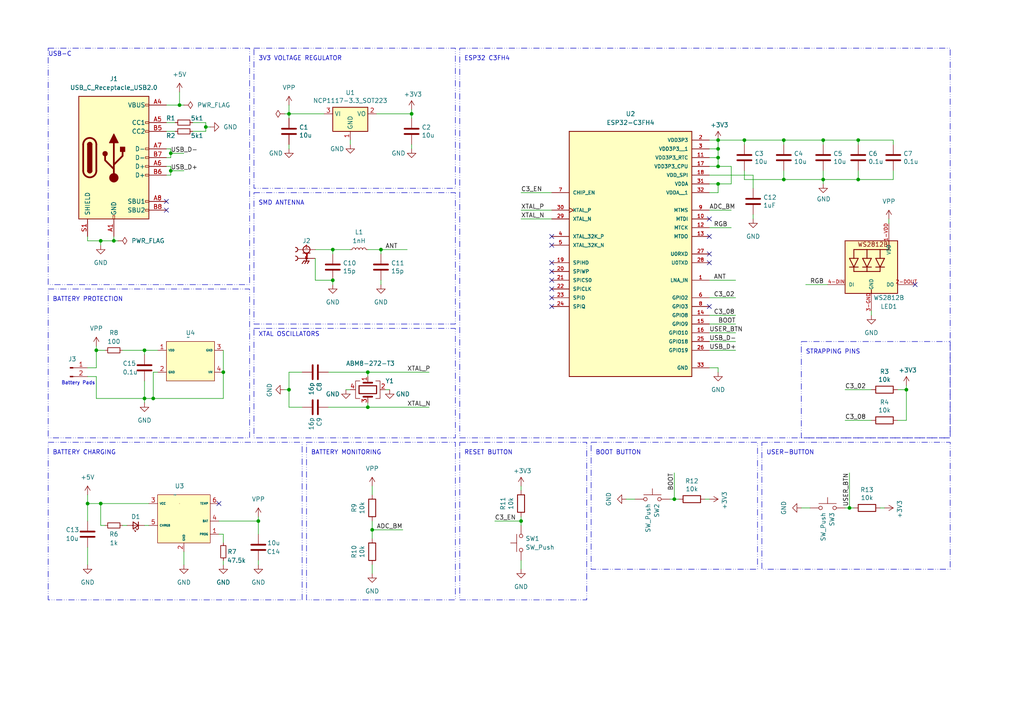
<source format=kicad_sch>
(kicad_sch (version 20230121) (generator eeschema)
  (paper "A4")
  (lib_symbols
    (symbol "CONUFL001-SMD-T:CONUFL001-SMD-T" (pin_names (offset 1.016))
      (property "Reference" "J" (at -3.81 4.064 0))
      (property "Value" "CONUFL001-SMD-T" (at -4.064 -4.318 0))
      (symbol "CONUFL001-SMD-T_0_0"
        (arc (start -3.175 -0.635) (mid -2.5427 0) (end -3.175 0.635) (stroke (width 0.254)))
        (arc (start -3.175 1.905) (mid -2.5427 2.54) (end -3.175 3.175) (stroke (width 0.254)))
        (polyline (pts (xy -1.016 1.524) (xy 0 1.524)) (stroke (width 0.254)))
        (polyline (pts (xy -0.762 -0.762) (xy -1.27 -1.524)) (stroke (width 0.254)))
        (polyline (pts (xy 0 -0.762) (xy -0.762 -0.762)) (stroke (width 0.254)))
        (polyline (pts (xy 0 -0.762) (xy -0.508 -1.524)) (stroke (width 0.254)))
        (polyline (pts (xy 0 -0.762) (xy 0.762 -0.762)) (stroke (width 0.254)))
        (polyline (pts (xy 0 1.524) (xy 0 -0.762)) (stroke (width 0.254)))
        (polyline (pts (xy 0 1.524) (xy 1.016 1.524)) (stroke (width 0.254)))
        (polyline (pts (xy 0.762 -0.762) (xy 0.254 -1.524)) (stroke (width 0.254)))
        (circle (center 0 0) (radius 0.254) (stroke (width 0.254)))
        (circle (center 0 2.54) (radius 1.016) (stroke (width 0.254)))
        (pin passive line (at 2.54 2.54 180) (length 5.08) (name "~") (number "1"))
        (pin passive line (at 2.54 0 180) (length 5.08) (name "~") (number "2"))
        (pin passive line (at 2.54 0 180) (length 5.08) (name "~") (number "3"))
      )
    )
    (symbol "Connector:Conn_01x02_Pin" (pin_names (offset 1.016) hide)
      (property "Reference" "J" (at 0 2.54 0))
      (property "Value" "Conn_01x02_Pin" (at 0 -5.08 0))
      (symbol "Conn_01x02_Pin_1_1"
        (polyline (pts (xy 1.27 -2.54) (xy 0.8636 -2.54)) (stroke (width 0.1524)))
        (polyline (pts (xy 1.27 0) (xy 0.8636 0)) (stroke (width 0.1524)))
        (rectangle (start 0.8636 -2.413) (end 0 -2.667) (stroke (width 0.1524)) (fill (type outline)))
        (rectangle (start 0.8636 0.127) (end 0 -0.127) (stroke (width 0.1524)) (fill (type outline)))
        (pin passive line (at 5.08 0 180) (length 3.81) (name "Pin_1") (number "1"))
        (pin passive line (at 5.08 -2.54 180) (length 3.81) (name "Pin_2") (number "2"))
      )
    )
    (symbol "Connector:USB_C_Receptacle_USB2.0" (pin_names (offset 1.016))
      (property "Reference" "J" (at -10.16 19.05 0))
      (property "Value" "USB_C_Receptacle_USB2.0" (at 19.05 19.05 0))
      (symbol "USB_C_Receptacle_USB2.0_0_0"
        (rectangle (start -0.254 -17.78) (end 0.254 -16.764))
        (rectangle (start 10.16 -14.986) (end 9.144 -15.494))
        (rectangle (start 10.16 -12.446) (end 9.144 -12.954))
        (rectangle (start 10.16 -4.826) (end 9.144 -5.334))
        (rectangle (start 10.16 -2.286) (end 9.144 -2.794))
        (rectangle (start 10.16 0.254) (end 9.144 -0.254))
        (rectangle (start 10.16 2.794) (end 9.144 2.286))
        (rectangle (start 10.16 7.874) (end 9.144 7.366))
        (rectangle (start 10.16 10.414) (end 9.144 9.906))
        (rectangle (start 10.16 15.494) (end 9.144 14.986))
      )
      (symbol "USB_C_Receptacle_USB2.0_0_1"
        (rectangle (start -10.16 17.78) (end 10.16 -17.78) (stroke (width 0.254)) (fill (type background)))
        (arc (start -8.89 -3.81) (mid -6.985 -5.7067) (end -5.08 -3.81) (stroke (width 0.508)))
        (arc (start -7.62 -3.81) (mid -6.985 -4.4423) (end -6.35 -3.81) (stroke (width 0.254)))
        (arc (start -7.62 -3.81) (mid -6.985 -4.4423) (end -6.35 -3.81) (stroke (width 0.254)) (fill (type outline)))
        (rectangle (start -7.62 -3.81) (end -6.35 3.81) (stroke (width 0.254)) (fill (type outline)))
        (arc (start -6.35 3.81) (mid -6.985 4.4423) (end -7.62 3.81) (stroke (width 0.254)))
        (arc (start -6.35 3.81) (mid -6.985 4.4423) (end -7.62 3.81) (stroke (width 0.254)) (fill (type outline)))
        (arc (start -5.08 3.81) (mid -6.985 5.7067) (end -8.89 3.81) (stroke (width 0.508)))
        (circle (center -2.54 1.143) (radius 0.635) (stroke (width 0.254)) (fill (type outline)))
        (circle (center 0 -5.842) (radius 1.27) (fill (type outline)))
        (polyline (pts (xy -8.89 -3.81) (xy -8.89 3.81)) (stroke (width 0.508)))
        (polyline (pts (xy -5.08 3.81) (xy -5.08 -3.81)) (stroke (width 0.508)))
        (polyline (pts (xy 0 -5.842) (xy 0 4.318)) (stroke (width 0.508)))
        (polyline (pts (xy 0 -3.302) (xy -2.54 -0.762) (xy -2.54 0.508)) (stroke (width 0.508)))
        (polyline (pts (xy 0 -2.032) (xy 2.54 0.508) (xy 2.54 1.778)) (stroke (width 0.508)))
        (polyline (pts (xy -1.27 4.318) (xy 0 6.858) (xy 1.27 4.318) (xy -1.27 4.318)) (stroke (width 0.254)) (fill (type outline)))
        (rectangle (start 1.905 1.778) (end 3.175 3.048) (stroke (width 0.254)) (fill (type outline)))
      )
      (symbol "USB_C_Receptacle_USB2.0_1_1"
        (pin passive line (at 0 -22.86 90) (length 5.08) (name "GND") (number "A1"))
        (pin passive line (at 0 -22.86 90) (length 5.08) hide (name "GND") (number "A12"))
        (pin passive line (at 15.24 15.24 180) (length 5.08) (name "VBUS") (number "A4"))
        (pin bidirectional line (at 15.24 10.16 180) (length 5.08) (name "CC1") (number "A5"))
        (pin bidirectional line (at 15.24 -2.54 180) (length 5.08) (name "D+") (number "A6"))
        (pin bidirectional line (at 15.24 2.54 180) (length 5.08) (name "D-") (number "A7"))
        (pin bidirectional line (at 15.24 -12.7 180) (length 5.08) (name "SBU1") (number "A8"))
        (pin passive line (at 15.24 15.24 180) (length 5.08) hide (name "VBUS") (number "A9"))
        (pin passive line (at 0 -22.86 90) (length 5.08) hide (name "GND") (number "B1"))
        (pin passive line (at 0 -22.86 90) (length 5.08) hide (name "GND") (number "B12"))
        (pin passive line (at 15.24 15.24 180) (length 5.08) hide (name "VBUS") (number "B4"))
        (pin bidirectional line (at 15.24 7.62 180) (length 5.08) (name "CC2") (number "B5"))
        (pin bidirectional line (at 15.24 -5.08 180) (length 5.08) (name "D+") (number "B6"))
        (pin bidirectional line (at 15.24 0 180) (length 5.08) (name "D-") (number "B7"))
        (pin bidirectional line (at 15.24 -15.24 180) (length 5.08) (name "SBU2") (number "B8"))
        (pin passive line (at 15.24 15.24 180) (length 5.08) hide (name "VBUS") (number "B9"))
        (pin passive line (at -7.62 -22.86 90) (length 5.08) (name "SHIELD") (number "S1"))
      )
    )
    (symbol "Device:C" (pin_numbers hide) (pin_names (offset 0.254))
      (property "Reference" "C" (at 0.635 2.54 0))
      (property "Value" "C" (at 0.635 -2.54 0))
      (symbol "C_0_1"
        (polyline (pts (xy -2.032 -0.762) (xy 2.032 -0.762)) (stroke (width 0.508)))
        (polyline (pts (xy -2.032 0.762) (xy 2.032 0.762)) (stroke (width 0.508)))
      )
      (symbol "C_1_1"
        (pin passive line (at 0 3.81 270) (length 2.794) (name "~") (number "1"))
        (pin passive line (at 0 -3.81 90) (length 2.794) (name "~") (number "2"))
      )
    )
    (symbol "Device:Crystal_GND24" (pin_names (offset 1.016) hide)
      (property "Reference" "Y" (at 3.175 5.08 0))
      (property "Value" "Crystal_GND24" (at 3.175 3.175 0))
      (symbol "Crystal_GND24_0_1"
        (rectangle (start -1.143 2.54) (end 1.143 -2.54) (stroke (width 0.3048)))
        (polyline (pts (xy -2.54 0) (xy -2.032 0)))
        (polyline (pts (xy -2.032 -1.27) (xy -2.032 1.27)) (stroke (width 0.508)))
        (polyline (pts (xy 0 -3.81) (xy 0 -3.556)))
        (polyline (pts (xy 0 3.556) (xy 0 3.81)))
        (polyline (pts (xy 2.032 -1.27) (xy 2.032 1.27)) (stroke (width 0.508)))
        (polyline (pts (xy 2.032 0) (xy 2.54 0)))
        (polyline (pts (xy -2.54 -2.286) (xy -2.54 -3.556) (xy 2.54 -3.556) (xy 2.54 -2.286)))
        (polyline (pts (xy -2.54 2.286) (xy -2.54 3.556) (xy 2.54 3.556) (xy 2.54 2.286)))
      )
      (symbol "Crystal_GND24_1_1"
        (pin passive line (at -3.81 0 0) (length 1.27) (name "1") (number "1"))
        (pin passive line (at 0 5.08 270) (length 1.27) (name "2") (number "2"))
        (pin passive line (at 3.81 0 180) (length 1.27) (name "3") (number "3"))
        (pin passive line (at 0 -5.08 90) (length 1.27) (name "4") (number "4"))
      )
    )
    (symbol "Device:LED_Small" (pin_numbers hide) (pin_names (offset 0.254) hide)
      (property "Reference" "D" (at -1.27 3.175 0))
      (property "Value" "LED_Small" (at -4.445 -2.54 0))
      (symbol "LED_Small_0_1"
        (polyline (pts (xy -0.762 -1.016) (xy -0.762 1.016)) (stroke (width 0.254)))
        (polyline (pts (xy 1.016 0) (xy -0.762 0)))
        (polyline (pts (xy 0.762 -1.016) (xy -0.762 0) (xy 0.762 1.016) (xy 0.762 -1.016)) (stroke (width 0.254)))
        (polyline (pts (xy 0 0.762) (xy -0.508 1.27) (xy -0.254 1.27) (xy -0.508 1.27) (xy -0.508 1.016)))
        (polyline (pts (xy 0.508 1.27) (xy 0 1.778) (xy 0.254 1.778) (xy 0 1.778) (xy 0 1.524)))
      )
      (symbol "LED_Small_1_1"
        (pin passive line (at -2.54 0 0) (length 1.778) (name "K") (number "1"))
        (pin passive line (at 2.54 0 180) (length 1.778) (name "A") (number "2"))
      )
    )
    (symbol "Device:L_Small" (pin_numbers hide) (pin_names (offset 0.254) hide)
      (property "Reference" "L" (at 0.762 1.016 0))
      (property "Value" "L_Small" (at 0.762 -1.016 0))
      (symbol "L_Small_0_1"
        (arc (start 0 -2.032) (mid 0.5058 -1.524) (end 0 -1.016))
        (arc (start 0 -1.016) (mid 0.5058 -0.508) (end 0 0))
        (arc (start 0 0) (mid 0.5058 0.508) (end 0 1.016))
        (arc (start 0 1.016) (mid 0.5058 1.524) (end 0 2.032))
      )
      (symbol "L_Small_1_1"
        (pin passive line (at 0 2.54 270) (length 0.508) (name "~") (number "1"))
        (pin passive line (at 0 -2.54 90) (length 0.508) (name "~") (number "2"))
      )
    )
    (symbol "Device:R" (pin_numbers hide) (pin_names (offset 0))
      (property "Reference" "R" (at 2.032 0 90))
      (property "Value" "R" (at 0 0 90))
      (symbol "R_0_1"
        (rectangle (start -1.016 -2.54) (end 1.016 2.54) (stroke (width 0.254)))
      )
      (symbol "R_1_1"
        (pin passive line (at 0 3.81 270) (length 1.27) (name "~") (number "1"))
        (pin passive line (at 0 -3.81 90) (length 1.27) (name "~") (number "2"))
      )
    )
    (symbol "Device:R_Small" (pin_numbers hide) (pin_names (offset 0.254) hide)
      (property "Reference" "R" (at 0.762 0.508 0))
      (property "Value" "R_Small" (at 0.762 -1.016 0))
      (symbol "R_Small_0_1"
        (rectangle (start -0.762 1.778) (end 0.762 -1.778) (stroke (width 0.2032)))
      )
      (symbol "R_Small_1_1"
        (pin passive line (at 0 2.54 270) (length 0.762) (name "~") (number "1"))
        (pin passive line (at 0 -2.54 90) (length 0.762) (name "~") (number "2"))
      )
    )
    (symbol "ESP32-C3FH4:ESP32-C3FH4" (pin_names (offset 1.016))
      (property "Reference" "U" (at -17.78 33.782 0))
      (property "Value" "ESP32-C3FH4" (at -17.78 -38.862 0))
      (symbol "ESP32-C3FH4_0_0"
        (rectangle (start -17.78 -38.1) (end 17.78 33.02) (stroke (width 0.254)) (fill (type background)))
        (pin bidirectional line (at 22.86 -10.16 180) (length 5.08) (name "LNA_IN") (number "1"))
        (pin bidirectional line (at 22.86 7.62 180) (length 5.08) (name "MTDI") (number "10"))
        (pin power_in line (at 22.86 25.4 180) (length 5.08) (name "VDD3P3_RTC") (number "11"))
        (pin bidirectional line (at 22.86 5.08 180) (length 5.08) (name "MTCK") (number "12"))
        (pin bidirectional line (at 22.86 2.54 180) (length 5.08) (name "MTDO") (number "13"))
        (pin bidirectional line (at 22.86 -20.32 180) (length 5.08) (name "GPIO8") (number "14"))
        (pin bidirectional line (at 22.86 -22.86 180) (length 5.08) (name "GPIO9") (number "15"))
        (pin bidirectional line (at 22.86 -25.4 180) (length 5.08) (name "GPIO10") (number "16"))
        (pin power_in line (at 22.86 22.86 180) (length 5.08) (name "VDD3P3_CPU") (number "17"))
        (pin power_in line (at 22.86 20.32 180) (length 5.08) (name "VDD_SPI") (number "18"))
        (pin bidirectional line (at -22.86 -5.08 0) (length 5.08) (name "SPIHD") (number "19"))
        (pin power_in line (at 22.86 30.48 180) (length 5.08) (name "VDD3P3") (number "2"))
        (pin bidirectional line (at -22.86 -7.62 0) (length 5.08) (name "SPIWP") (number "20"))
        (pin bidirectional line (at -22.86 -10.16 0) (length 5.08) (name "SPICS0") (number "21"))
        (pin bidirectional line (at -22.86 -12.7 0) (length 5.08) (name "SPICLK") (number "22"))
        (pin bidirectional line (at -22.86 -15.24 0) (length 5.08) (name "SPID") (number "23"))
        (pin bidirectional line (at -22.86 -17.78 0) (length 5.08) (name "SPIQ") (number "24"))
        (pin bidirectional line (at 22.86 -27.94 180) (length 5.08) (name "GPIO18") (number "25"))
        (pin bidirectional line (at 22.86 -30.48 180) (length 5.08) (name "GPIO19") (number "26"))
        (pin bidirectional line (at 22.86 -2.54 180) (length 5.08) (name "U0RXD") (number "27"))
        (pin bidirectional line (at 22.86 -5.08 180) (length 5.08) (name "U0TXD") (number "28"))
        (pin output line (at -22.86 7.62 0) (length 5.08) (name "XTAL_N") (number "29"))
        (pin power_in line (at 22.86 27.94 180) (length 5.08) (name "VDD3P3__1") (number "3"))
        (pin input clock (at -22.86 10.16 0) (length 5.08) (name "XTAL_P") (number "30"))
        (pin power_in line (at 22.86 17.78 180) (length 5.08) (name "VDDA") (number "31"))
        (pin power_in line (at 22.86 15.24 180) (length 5.08) (name "VDDA__1") (number "32"))
        (pin power_in line (at 22.86 -35.56 180) (length 5.08) (name "GND") (number "33"))
        (pin bidirectional line (at -22.86 2.54 0) (length 5.08) (name "XTAL_32K_P") (number "4"))
        (pin bidirectional line (at -22.86 0 0) (length 5.08) (name "XTAL_32K_N") (number "5"))
        (pin bidirectional line (at 22.86 -15.24 180) (length 5.08) (name "GPIO2") (number "6"))
        (pin input line (at -22.86 15.24 0) (length 5.08) (name "CHIP_EN") (number "7"))
        (pin bidirectional line (at 22.86 -17.78 180) (length 5.08) (name "GPIO3") (number "8"))
        (pin bidirectional line (at 22.86 10.16 180) (length 5.08) (name "MTMS") (number "9"))
      )
    )
    (symbol "Regulator_Linear:NCP1117-3.3_SOT223"
      (property "Reference" "U" (at -3.81 3.175 0))
      (property "Value" "NCP1117-3.3_SOT223" (at 0 3.175 0))
      (symbol "NCP1117-3.3_SOT223_0_1"
        (rectangle (start -5.08 -5.08) (end 5.08 1.905) (stroke (width 0.254)) (fill (type background)))
      )
      (symbol "NCP1117-3.3_SOT223_1_1"
        (pin power_in line (at 0 -7.62 90) (length 2.54) (name "GND") (number "1"))
        (pin power_out line (at 7.62 0 180) (length 2.54) (name "VO") (number "2"))
        (pin power_in line (at -7.62 0 0) (length 2.54) (name "VI") (number "3"))
      )
    )
    (symbol "Switch:SW_Push" (pin_numbers hide) (pin_names (offset 1.016) hide)
      (property "Reference" "SW" (at 1.27 2.54 0))
      (property "Value" "SW_Push" (at 0 -1.524 0))
      (symbol "SW_Push_0_1"
        (circle (center -2.032 0) (radius 0.508))
        (polyline (pts (xy 0 1.27) (xy 0 3.048)))
        (polyline (pts (xy 2.54 1.27) (xy -2.54 1.27)))
        (circle (center 2.032 0) (radius 0.508))
        (pin passive line (at -5.08 0 0) (length 2.54) (name "1") (number "1"))
        (pin passive line (at 5.08 0 180) (length 2.54) (name "2") (number "2"))
      )
    )
    (symbol "WS2812B:WS2812B" (pin_names (offset 1.016))
      (property "Reference" "LED" (at 0 0 0))
      (property "Value" "WS2812B" (at 0 0 0))
      (symbol "WS2812B_0_0"
        (rectangle (start -7.62 -5.08) (end 7.62 10.16) (stroke (width 0.254)) (fill (type background)))
        (polyline (pts (xy -6.35 2.54) (xy -5.08 2.54)) (stroke (width 0.254)))
        (polyline (pts (xy -6.35 5.08) (xy -5.08 5.08)) (stroke (width 0.254)))
        (polyline (pts (xy -5.08 2.54) (xy -6.35 5.08)) (stroke (width 0.254)))
        (polyline (pts (xy -5.08 2.54) (xy -5.08 1.27)) (stroke (width 0.254)))
        (polyline (pts (xy -5.08 2.54) (xy -3.81 5.08)) (stroke (width 0.254)))
        (polyline (pts (xy -5.08 5.08) (xy -3.81 5.08)) (stroke (width 0.254)))
        (polyline (pts (xy -5.08 7.62) (xy -5.08 5.08)) (stroke (width 0.254)))
        (polyline (pts (xy -3.81 2.54) (xy -5.08 2.54)) (stroke (width 0.254)))
        (polyline (pts (xy -2.54 2.54) (xy -1.27 2.54)) (stroke (width 0.254)))
        (polyline (pts (xy -2.54 5.08) (xy 0 5.08)) (stroke (width 0.254)))
        (polyline (pts (xy -1.27 1.27) (xy -5.08 1.27)) (stroke (width 0.254)))
        (polyline (pts (xy -1.27 2.54) (xy -2.54 5.08)) (stroke (width 0.254)))
        (polyline (pts (xy -1.27 2.54) (xy -1.27 1.27)) (stroke (width 0.254)))
        (polyline (pts (xy -1.27 2.54) (xy 0 2.54)) (stroke (width 0.254)))
        (polyline (pts (xy -1.27 5.08) (xy -1.27 7.62)) (stroke (width 0.254)))
        (polyline (pts (xy -1.27 7.62) (xy -5.08 7.62)) (stroke (width 0.254)))
        (polyline (pts (xy 0 -4.064) (xy 0 -5.08)) (stroke (width 0.254)))
        (polyline (pts (xy 0 5.08) (xy -1.27 2.54)) (stroke (width 0.254)))
        (polyline (pts (xy 1.27 5.08) (xy 2.54 2.54)) (stroke (width 0.254)))
        (polyline (pts (xy 1.27 5.08) (xy 2.54 5.08)) (stroke (width 0.254)))
        (polyline (pts (xy 2.54 1.27) (xy -1.27 1.27)) (stroke (width 0.254)))
        (polyline (pts (xy 2.54 2.54) (xy 1.27 2.54)) (stroke (width 0.254)))
        (polyline (pts (xy 2.54 2.54) (xy 2.54 1.27)) (stroke (width 0.254)))
        (polyline (pts (xy 2.54 2.54) (xy 3.81 2.54)) (stroke (width 0.254)))
        (polyline (pts (xy 2.54 2.54) (xy 3.81 5.08)) (stroke (width 0.254)))
        (polyline (pts (xy 2.54 5.08) (xy 2.54 7.62)) (stroke (width 0.254)))
        (polyline (pts (xy 2.54 7.62) (xy -1.27 7.62)) (stroke (width 0.254)))
        (polyline (pts (xy 2.54 7.62) (xy 5.08 7.62)) (stroke (width 0.254)))
        (polyline (pts (xy 3.81 5.08) (xy 2.54 5.08)) (stroke (width 0.254)))
        (polyline (pts (xy 5.08 10.16) (xy 5.08 7.62)) (stroke (width 0.254)))
        (text "WS2812B" (at -4.064 8.382 0) (effects (font (size 1.27 1.27)) (justify left bottom)))
        (pin power_in line (at 5.08 15.24 270) (length 5.08) (name "VDD") (number "1-VDD"))
        (pin output line (at 12.7 -2.54 180) (length 5.08) (name "DO") (number "2-DOUT"))
        (pin power_in line (at 0 -10.16 90) (length 5.08) (name "GND") (number "3-GND"))
        (pin input line (at -12.7 -2.54 0) (length 5.08) (name "DI") (number "4-DIN"))
      )
    )
    (symbol "XB6042Q2SV-L:XB6042Q2SV-L"
      (property "Reference" "U4" (at 0.635 1.27 0))
      (property "Value" "~" (at 0 0 0))
      (symbol "XB6042Q2SV-L_1_1"
        (rectangle (start -6.35 -1.27) (end 7.62 -12.7) (fill (type background)))
        (pin input line (at -8.89 -3.81 0) (length 2.54) (name "VDD") (number "1"))
        (pin input line (at -8.89 -10.16 0) (length 2.54) (name "GND") (number "2"))
        (pin input line (at 10.16 -3.81 180) (length 2.54) (name "GND") (number "3"))
        (pin input line (at 10.16 -10.16 180) (length 2.54) (name "VM") (number "4"))
      )
    )
    (symbol "power:+3V3" (power) (pin_names (offset 0))
      (property "Value" "+3V3" (at 0 3.556 0))
      (symbol "+3V3_0_1"
        (polyline (pts (xy -0.762 1.27) (xy 0 2.54)))
        (polyline (pts (xy 0 0) (xy 0 2.54)))
        (polyline (pts (xy 0 2.54) (xy 0.762 1.27)))
      )
      (symbol "+3V3_1_1"
        (pin power_in line (at 0 0 90) (length 0) hide (name "+3V3") (number "1"))
      )
    )
    (symbol "power:+5V" (power) (pin_names (offset 0))
      (property "Value" "+5V" (at 0 3.556 0))
      (symbol "+5V_0_1"
        (polyline (pts (xy -0.762 1.27) (xy 0 2.54)))
        (polyline (pts (xy 0 0) (xy 0 2.54)))
        (polyline (pts (xy 0 2.54) (xy 0.762 1.27)))
      )
      (symbol "+5V_1_1"
        (pin power_in line (at 0 0 90) (length 0) hide (name "+5V") (number "1"))
      )
    )
    (symbol "power:GND" (power) (pin_names (offset 0))
      (property "Value" "GND" (at 0 -3.81 0))
      (symbol "GND_0_1"
        (polyline (pts (xy 0 0) (xy 0 -1.27) (xy 1.27 -1.27) (xy 0 -2.54) (xy -1.27 -1.27) (xy 0 -1.27)))
      )
      (symbol "GND_1_1"
        (pin power_in line (at 0 0 270) (length 0) hide (name "GND") (number "1"))
      )
    )
    (symbol "power:PWR_FLAG" (power) (pin_numbers hide) (pin_names (offset 0) hide)
      (property "Value" "PWR_FLAG" (at 0 3.81 0))
      (symbol "PWR_FLAG_0_0"
        (pin power_out line (at 0 0 90) (length 0) (name "pwr") (number "1"))
      )
      (symbol "PWR_FLAG_0_1"
        (polyline (pts (xy 0 0) (xy 0 1.27) (xy -1.016 1.905) (xy 0 2.54) (xy 1.016 1.905) (xy 0 1.27)))
      )
    )
    (symbol "power:VPP" (power) (pin_names (offset 0))
      (property "Value" "VPP" (at 0 3.81 0))
      (symbol "VPP_0_1"
        (polyline (pts (xy -0.762 1.27) (xy 0 2.54)))
        (polyline (pts (xy 0 0) (xy 0 2.54)))
        (polyline (pts (xy 0 2.54) (xy 0.762 1.27)))
      )
      (symbol "VPP_1_1"
        (pin power_in line (at 0 0 90) (length 0) hide (name "VPP") (number "1"))
      )
    )
    (symbol "ws4518d:WS4518D"
      (property "Reference" "U3" (at 1.27 2.54 0))
      (property "Value" "~" (at 0 0 0))
      (symbol "WS4518D_0_1"
        (rectangle (start 1.27 -2.54) (end 1.27 -2.54))
      )
      (symbol "WS4518D_1_1"
        (rectangle (start -5.08 0) (end 10.16 -13.97) (fill (type background)))
        (pin input line (at 12.7 -11.43 180) (length 2.54) (name "PROG") (number "1"))
        (pin input line (at 2.54 -16.51 90) (length 2.54) (name "GND") (number "2"))
        (pin input line (at -7.62 -2.54 0) (length 2.54) (name "VCC") (number "3"))
        (pin input line (at 12.7 -7.62 180) (length 2.54) (name "BAT") (number "4"))
        (pin input line (at -7.62 -8.89 0) (length 2.54) (name "CHRGB") (number "5"))
        (pin input line (at 12.7 -2.54 180) (length 2.54) (name "TEMP") (number "6"))
      )
    )
  )
  (junction (at 208.28 40.64))
  (junction (at 64.77 107.95))
  (junction (at 41.91 115.57))
  (junction (at 208.28 48.26))
  (junction (at 96.52 72.39))
  (junction (at 107.95 153.67))
  (junction (at 227.33 52.07))
  (junction (at 33.02 69.85))
  (junction (at 59.69 36.83))
  (junction (at 110.49 72.39))
  (junction (at 195.58 144.78))
  (junction (at 29.21 69.85))
  (junction (at 246.38 147.32))
  (junction (at 27.94 101.6))
  (junction (at 208.28 45.72))
  (junction (at 83.82 113.03))
  (junction (at 215.9 40.64))
  (junction (at 106.68 107.95))
  (junction (at 248.92 52.07))
  (junction (at 208.28 53.34))
  (junction (at 227.33 40.64))
  (junction (at 83.82 33.02))
  (junction (at 49.53 49.53))
  (junction (at 44.45 115.57))
  (junction (at 238.76 40.64))
  (junction (at 29.21 146.05))
  (junction (at 262.89 113.03))
  (junction (at 106.68 118.11))
  (junction (at 151.13 151.13))
  (junction (at 208.28 43.18))
  (junction (at 96.52 81.28))
  (junction (at 248.92 40.64))
  (junction (at 49.53 44.45))
  (junction (at 25.4 146.05))
  (junction (at 119.38 33.02))
  (junction (at 41.91 101.6))
  (junction (at 238.76 52.07))
  (junction (at 74.93 151.13))
  (junction (at 52.07 30.48))
  (no_connect (at 160.02 76.2))
  (no_connect (at 265.43 82.55))
  (no_connect (at 160.02 78.74))
  (no_connect (at 160.02 86.36))
  (no_connect (at 205.74 88.9))
  (no_connect (at 205.74 68.58))
  (no_connect (at 205.74 63.5))
  (no_connect (at 205.74 73.66))
  (no_connect (at 205.74 76.2))
  (no_connect (at 48.26 58.42))
  (no_connect (at 160.02 71.12))
  (no_connect (at 160.02 83.82))
  (no_connect (at 160.02 88.9))
  (no_connect (at 160.02 68.58))
  (no_connect (at 63.5 146.05))
  (no_connect (at 160.02 81.28))
  (no_connect (at 48.26 60.96))
  (wire (pts (xy 55.88 38.1) (xy 59.69 38.1)))
  (wire (pts (xy 41.91 102.87) (xy 41.91 101.6)))
  (wire (pts (xy 107.95 163.83) (xy 107.95 166.37)))
  (wire (pts (xy 95.25 107.95) (xy 106.68 107.95)))
  (wire (pts (xy 29.21 69.85) (xy 33.02 69.85)))
  (wire (pts (xy 35.56 101.6) (xy 41.91 101.6)))
  (wire (pts (xy 25.4 69.85) (xy 29.21 69.85)))
  (wire (pts (xy 96.52 81.28) (xy 96.52 82.55)))
  (wire (pts (xy 74.93 149.86) (xy 74.93 151.13)))
  (wire (pts (xy 53.34 160.02) (xy 53.34 163.83)))
  (wire (pts (xy 83.82 30.48) (xy 83.82 33.02)))
  (wire (pts (xy 262.89 113.03) (xy 262.89 121.92)))
  (wire (pts (xy 195.58 144.78) (xy 194.31 144.78)))
  (wire (pts (xy 233.68 82.55) (xy 240.03 82.55)))
  (wire (pts (xy 238.76 40.64) (xy 248.92 40.64)))
  (wire (pts (xy 248.92 40.64) (xy 248.92 41.91)))
  (wire (pts (xy 27.94 115.57) (xy 41.91 115.57)))
  (wire (pts (xy 205.74 40.64) (xy 208.28 40.64)))
  (wire (pts (xy 260.35 121.92) (xy 262.89 121.92)))
  (wire (pts (xy 245.11 113.03) (xy 252.73 113.03)))
  (wire (pts (xy 64.77 107.95) (xy 64.77 115.57)))
  (wire (pts (xy 27.94 109.22) (xy 27.94 115.57)))
  (wire (pts (xy 74.93 162.56) (xy 74.93 163.83)))
  (wire (pts (xy 109.22 33.02) (xy 119.38 33.02)))
  (wire (pts (xy 205.74 60.96) (xy 212.09 60.96)))
  (wire (pts (xy 106.68 107.95) (xy 124.46 107.95)))
  (wire (pts (xy 107.95 153.67) (xy 107.95 156.21)))
  (wire (pts (xy 96.52 72.39) (xy 96.52 73.66)))
  (wire (pts (xy 111.76 113.03) (xy 113.03 113.03)))
  (wire (pts (xy 41.91 152.4) (xy 43.18 152.4)))
  (wire (pts (xy 151.13 149.86) (xy 151.13 151.13)))
  (wire (pts (xy 110.49 81.28) (xy 110.49 82.55)))
  (wire (pts (xy 83.82 107.95) (xy 87.63 107.95)))
  (wire (pts (xy 83.82 107.95) (xy 83.82 113.03)))
  (wire (pts (xy 27.94 100.33) (xy 27.94 101.6)))
  (wire (pts (xy 246.38 137.16) (xy 246.38 147.32)))
  (wire (pts (xy 107.95 153.67) (xy 116.84 153.67)))
  (wire (pts (xy 33.02 68.58) (xy 33.02 69.85)))
  (wire (pts (xy 227.33 49.53) (xy 227.33 52.07)))
  (wire (pts (xy 33.02 69.85) (xy 34.29 69.85)))
  (wire (pts (xy 25.4 109.22) (xy 27.94 109.22)))
  (wire (pts (xy 205.74 96.52) (xy 213.36 96.52)))
  (wire (pts (xy 55.88 35.56) (xy 59.69 35.56)))
  (wire (pts (xy 215.9 40.64) (xy 227.33 40.64)))
  (wire (pts (xy 82.55 113.03) (xy 83.82 113.03)))
  (wire (pts (xy 83.82 118.11) (xy 87.63 118.11)))
  (wire (pts (xy 245.11 121.92) (xy 252.73 121.92)))
  (wire (pts (xy 48.26 43.18) (xy 49.53 43.18)))
  (wire (pts (xy 238.76 52.07) (xy 238.76 53.34)))
  (wire (pts (xy 41.91 115.57) (xy 41.91 116.84)))
  (wire (pts (xy 107.95 151.13) (xy 107.95 153.67)))
  (wire (pts (xy 107.95 140.97) (xy 107.95 143.51)))
  (wire (pts (xy 45.72 107.95) (xy 44.45 107.95)))
  (wire (pts (xy 44.45 115.57) (xy 41.91 115.57)))
  (wire (pts (xy 238.76 41.91) (xy 238.76 40.64)))
  (wire (pts (xy 257.81 63.5) (xy 257.81 64.77)))
  (wire (pts (xy 259.08 52.07) (xy 259.08 49.53)))
  (wire (pts (xy 212.09 48.26) (xy 208.28 48.26)))
  (wire (pts (xy 49.53 44.45) (xy 53.34 44.45)))
  (wire (pts (xy 212.09 53.34) (xy 212.09 48.26)))
  (wire (pts (xy 27.94 106.68) (xy 27.94 101.6)))
  (wire (pts (xy 205.74 48.26) (xy 208.28 48.26)))
  (wire (pts (xy 74.93 151.13) (xy 74.93 154.94)))
  (wire (pts (xy 151.13 55.88) (xy 160.02 55.88)))
  (wire (pts (xy 151.13 63.5) (xy 160.02 63.5)))
  (wire (pts (xy 110.49 72.39) (xy 118.11 72.39)))
  (wire (pts (xy 218.44 62.23) (xy 218.44 63.5)))
  (wire (pts (xy 205.74 144.78) (xy 204.47 144.78)))
  (wire (pts (xy 205.74 45.72) (xy 208.28 45.72)))
  (wire (pts (xy 106.68 109.22) (xy 106.68 107.95)))
  (wire (pts (xy 25.4 146.05) (xy 29.21 146.05)))
  (wire (pts (xy 205.74 53.34) (xy 208.28 53.34)))
  (wire (pts (xy 208.28 53.34) (xy 208.28 55.88)))
  (wire (pts (xy 59.69 35.56) (xy 59.69 36.83)))
  (wire (pts (xy 227.33 41.91) (xy 227.33 40.64)))
  (wire (pts (xy 205.74 101.6) (xy 213.36 101.6)))
  (wire (pts (xy 25.4 68.58) (xy 25.4 69.85)))
  (wire (pts (xy 151.13 162.56) (xy 151.13 165.1)))
  (wire (pts (xy 208.28 53.34) (xy 212.09 53.34)))
  (wire (pts (xy 252.73 90.17) (xy 252.73 91.44)))
  (wire (pts (xy 48.26 45.72) (xy 49.53 45.72)))
  (wire (pts (xy 208.28 106.68) (xy 208.28 107.95)))
  (wire (pts (xy 25.4 146.05) (xy 25.4 151.13)))
  (wire (pts (xy 64.77 115.57) (xy 44.45 115.57)))
  (wire (pts (xy 64.77 101.6) (xy 64.77 107.95)))
  (wire (pts (xy 83.82 34.29) (xy 83.82 33.02)))
  (wire (pts (xy 208.28 45.72) (xy 208.28 43.18)))
  (wire (pts (xy 48.26 35.56) (xy 50.8 35.56)))
  (wire (pts (xy 95.25 118.11) (xy 106.68 118.11)))
  (wire (pts (xy 49.53 49.53) (xy 49.53 50.8)))
  (wire (pts (xy 205.74 55.88) (xy 208.28 55.88)))
  (wire (pts (xy 44.45 107.95) (xy 44.45 115.57)))
  (wire (pts (xy 205.74 99.06) (xy 213.36 99.06)))
  (wire (pts (xy 27.94 101.6) (xy 30.48 101.6)))
  (wire (pts (xy 205.74 106.68) (xy 208.28 106.68)))
  (wire (pts (xy 63.5 154.94) (xy 64.77 154.94)))
  (wire (pts (xy 49.53 44.45) (xy 49.53 45.72)))
  (wire (pts (xy 208.28 40.64) (xy 208.28 43.18)))
  (wire (pts (xy 205.74 66.04) (xy 212.09 66.04)))
  (wire (pts (xy 41.91 115.57) (xy 41.91 110.49)))
  (wire (pts (xy 49.53 43.18) (xy 49.53 44.45)))
  (wire (pts (xy 247.65 147.32) (xy 246.38 147.32)))
  (wire (pts (xy 227.33 40.64) (xy 238.76 40.64)))
  (wire (pts (xy 101.6 72.39) (xy 96.52 72.39)))
  (wire (pts (xy 101.6 40.64) (xy 101.6 41.91)))
  (wire (pts (xy 93.98 33.02) (xy 83.82 33.02)))
  (wire (pts (xy 195.58 137.16) (xy 195.58 144.78)))
  (wire (pts (xy 151.13 60.96) (xy 160.02 60.96)))
  (wire (pts (xy 106.68 118.11) (xy 124.46 118.11)))
  (wire (pts (xy 208.28 48.26) (xy 208.28 45.72)))
  (wire (pts (xy 205.74 93.98) (xy 213.36 93.98)))
  (wire (pts (xy 64.77 154.94) (xy 64.77 157.48)))
  (wire (pts (xy 25.4 143.51) (xy 25.4 146.05)))
  (wire (pts (xy 227.33 52.07) (xy 238.76 52.07)))
  (wire (pts (xy 205.74 50.8) (xy 218.44 50.8)))
  (wire (pts (xy 100.33 113.03) (xy 101.6 113.03)))
  (wire (pts (xy 25.4 158.75) (xy 25.4 163.83)))
  (wire (pts (xy 119.38 33.02) (xy 119.38 31.75)))
  (wire (pts (xy 30.48 152.4) (xy 29.21 152.4)))
  (wire (pts (xy 29.21 69.85) (xy 29.21 71.12)))
  (wire (pts (xy 106.68 116.84) (xy 106.68 118.11)))
  (wire (pts (xy 52.07 30.48) (xy 53.34 30.48)))
  (wire (pts (xy 106.68 72.39) (xy 110.49 72.39)))
  (wire (pts (xy 48.26 30.48) (xy 52.07 30.48)))
  (wire (pts (xy 29.21 146.05) (xy 43.18 146.05)))
  (wire (pts (xy 248.92 52.07) (xy 259.08 52.07)))
  (wire (pts (xy 110.49 72.39) (xy 110.49 73.66)))
  (wire (pts (xy 215.9 41.91) (xy 215.9 40.64)))
  (wire (pts (xy 91.44 74.93) (xy 91.44 81.28)))
  (wire (pts (xy 91.44 72.39) (xy 96.52 72.39)))
  (wire (pts (xy 49.53 48.26) (xy 49.53 49.53)))
  (wire (pts (xy 64.77 162.56) (xy 64.77 163.83)))
  (wire (pts (xy 48.26 38.1) (xy 50.8 38.1)))
  (wire (pts (xy 52.07 26.67) (xy 52.07 30.48)))
  (wire (pts (xy 248.92 40.64) (xy 259.08 40.64)))
  (wire (pts (xy 184.15 144.78) (xy 181.61 144.78)))
  (wire (pts (xy 49.53 49.53) (xy 53.34 49.53)))
  (wire (pts (xy 205.74 43.18) (xy 208.28 43.18)))
  (wire (pts (xy 119.38 41.91) (xy 119.38 43.18)))
  (wire (pts (xy 248.92 49.53) (xy 248.92 52.07)))
  (wire (pts (xy 227.33 52.07) (xy 215.9 52.07)))
  (wire (pts (xy 215.9 49.53) (xy 215.9 52.07)))
  (wire (pts (xy 59.69 36.83) (xy 60.96 36.83)))
  (wire (pts (xy 151.13 151.13) (xy 151.13 152.4)))
  (wire (pts (xy 234.95 147.32) (xy 232.41 147.32)))
  (wire (pts (xy 48.26 48.26) (xy 49.53 48.26)))
  (wire (pts (xy 238.76 52.07) (xy 248.92 52.07)))
  (wire (pts (xy 35.56 152.4) (xy 36.83 152.4)))
  (wire (pts (xy 205.74 91.44) (xy 213.36 91.44)))
  (wire (pts (xy 205.74 81.28) (xy 213.36 81.28)))
  (wire (pts (xy 48.26 50.8) (xy 49.53 50.8)))
  (wire (pts (xy 218.44 50.8) (xy 218.44 54.61)))
  (wire (pts (xy 260.35 113.03) (xy 262.89 113.03)))
  (wire (pts (xy 91.44 81.28) (xy 96.52 81.28)))
  (wire (pts (xy 205.74 86.36) (xy 213.36 86.36)))
  (wire (pts (xy 59.69 36.83) (xy 59.69 38.1)))
  (wire (pts (xy 143.51 151.13) (xy 151.13 151.13)))
  (wire (pts (xy 259.08 40.64) (xy 259.08 41.91)))
  (wire (pts (xy 63.5 151.13) (xy 74.93 151.13)))
  (wire (pts (xy 196.85 144.78) (xy 195.58 144.78)))
  (wire (pts (xy 238.76 49.53) (xy 238.76 52.07)))
  (wire (pts (xy 151.13 140.97) (xy 151.13 142.24)))
  (wire (pts (xy 41.91 101.6) (xy 45.72 101.6)))
  (wire (pts (xy 83.82 113.03) (xy 83.82 118.11)))
  (wire (pts (xy 25.4 106.68) (xy 27.94 106.68)))
  (wire (pts (xy 262.89 111.76) (xy 262.89 113.03)))
  (wire (pts (xy 256.54 147.32) (xy 255.27 147.32)))
  (wire (pts (xy 208.28 40.64) (xy 215.9 40.64)))
  (wire (pts (xy 29.21 146.05) (xy 29.21 152.4)))
  (wire (pts (xy 119.38 34.29) (xy 119.38 33.02)))
  (wire (pts (xy 83.82 41.91) (xy 83.82 43.18)))
  (wire (pts (xy 246.38 147.32) (xy 245.11 147.32)))
  (wire (pts (xy 82.55 33.02) (xy 83.82 33.02)))
  (rectangle (start 73.66 55.88) (end 132.08 93.98) (stroke (width 0) (type dash_dot_dot)))
  (rectangle (start 88.9 128.27) (end 132.08 173.99) (stroke (width 0) (type dash_dot_dot)))
  (rectangle (start 13.97 128.27) (end 87.63 173.99) (stroke (width 0) (type dash_dot_dot)))
  (rectangle (start 13.97 13.97) (end 72.39 82.55) (stroke (width 0) (type dash_dot_dot)))
  (rectangle (start 171.45 128.27) (end 219.71 165.1) (stroke (width 0) (type dash_dot_dot)))
  (rectangle (start 133.35 13.97) (end 275.59 127) (stroke (width 0) (type dash_dot_dot)))
  (rectangle (start 73.66 95.25) (end 132.08 127) (stroke (width 0) (type dash_dot_dot)))
  (rectangle (start 13.97 83.82) (end 72.39 127) (stroke (width 0) (type dash_dot_dot)))
  (rectangle (start 133.35 128.27) (end 170.18 173.99) (stroke (width 0) (type dash_dot_dot)))
  (rectangle (start 73.66 13.97) (end 132.08 54.61) (stroke (width 0) (type dash_dot_dot)))
  (rectangle (start 232.41 99.06) (end 275.59 127) (stroke (width 0) (type dash_dot_dot)))
  (rectangle (start 220.98 128.27) (end 275.59 165.1) (stroke (width 0) (type dash_dot_dot)))
  (text "BATTERY CHARGING" (at 15.24 132.08 0) (effects (font (size 1.27 1.27)) (justify left bottom)))
  (text "USB-C" (at 13.97 16.51 0) (effects (font (size 1.27 1.27)) (justify left bottom)))
  (text "Battery Pads" (at 17.78 111.76 0) (effects (font (size 1 1)) (justify left bottom)))
  (text "XTAL OSCILLATORS" (at 74.93 97.79 0) (effects (font (size 1.27 1.27)) (justify left bottom)))
  (text "SMD ANTENNA" (at 74.93 59.69 0) (effects (font (size 1.27 1.27)) (justify left bottom)))
  (text "RESET BUTTON" (at 134.62 132.08 0) (effects (font (size 1.27 1.27)) (justify left bottom)))
  (text "USER-BUTTON" (at 222.25 132.08 0) (effects (font (size 1.27 1.27)) (justify left bottom)))
  (text "ESP32 C3FH4" (at 134.62 17.78 0) (effects (font (size 1.27 1.27)) (justify left bottom)))
  (text "BATTERY MONITORING" (at 90.17 132.08 0) (effects (font (size 1.27 1.27)) (justify left bottom)))
  (text "3V3 VOLTAGE REGULATOR" (at 74.93 17.78 0) (effects (font (size 1.27 1.27)) (justify left bottom)))
  (text "STRAPPING PINS" (at 233.68 102.87 0) (effects (font (size 1.27 1.27)) (justify left bottom)))
  (text "BATTERY PROTECTION\n" (at 15.24 87.63 0) (effects (font (size 1.27 1.27)) (justify left bottom)))
  (text "BOOT BUTTON" (at 172.72 132.08 0) (effects (font (size 1.27 1.27)) (justify left bottom)))
  (label "XTAL_N" (at 151.13 63.5 0))
  (label "XTAL_P" (at 151.13 60.96 0))
  (label "ADC_BM" (at 205.74 60.96 0))
  (label "RGB" (at 207.01 66.04 0))
  (label "C3_02" (at 245.11 113.03 0))
  (label "ADC_BM" (at 109.22 153.67 0))
  (label "USB_D-" (at 49.53 44.45 0))
  (label "ANT" (at 207.01 81.28 0))
  (label "C3_EN" (at 143.51 151.13 0))
  (label "C3_08" (at 245.11 121.92 0))
  (label "XTAL_N" (at 118.11 118.11 0))
  (label "C3_02" (at 207.01 86.36 0))
  (label "XTAL_P" (at 118.11 107.95 0))
  (label "C3_08" (at 207.01 91.44 0))
  (label "USB_D-" (at 205.74 99.06 0))
  (label "USB_D+" (at 49.53 49.53 0))
  (label "USER_BTN" (at 246.38 137.16 270))
  (label "BOOT" (at 208.28 93.98 0))
  (label "USER_BTN" (at 205.74 96.52 0))
  (label "C3_EN" (at 151.13 55.88 0))
  (label "ANT" (at 111.76 72.39 0))
  (label "RGB" (at 234.95 82.55 0))
  (label "USB_D+" (at 205.74 101.6 0))
  (label "BOOT" (at 195.58 137.16 270))
  (symbol (lib_id "Device:C") (at 41.91 106.68 0) (unit 1)
    (property "Reference" "C15" (at 35.56 105.41 0) (effects (justify left)))
    (property "Value" "0.1u" (at 35.56 107.95 0) (effects (justify left)))
    (property "Footprint" "Capacitor_SMD:C_0805_2012Metric_Pad1.18x1.45mm_HandSolder" (effects hide))
  )
  (symbol (lib_id "power:+3V3") (at 208.28 40.64 0) (unit 1)
    (property "Reference" "#PWR09" (effects hide))
    (property "Value" "+3V3" (at 208.661 36.2458 0))
  )
  (symbol (lib_id "Device:R") (at 151.13 146.05 0) (unit 1)
    (property "Reference" "R11" (at 145.8722 146.05 90))
    (property "Value" "10k" (at 148.1836 146.05 90))
    (property "Footprint" "Resistor_SMD:R_0805_2012Metric_Pad1.20x1.40mm_HandSolder" (effects hide))
  )
  (symbol (lib_id "power:GND") (at 82.55 113.03 270) (unit 1)
    (property "Reference" "#PWR012" (effects hide))
    (property "Value" "GND" (at 78.1558 113.157 0))
  )
  (symbol (lib_id "Device:C") (at 91.44 118.11 270) (unit 1)
    (property "Reference" "C9" (at 92.6084 121.031 0) (effects (justify left)))
    (property "Value" "16p" (at 90.297 121.031 0) (effects (justify left)))
    (property "Footprint" "Capacitor_SMD:C_0805_2012Metric_Pad1.18x1.45mm_HandSolder" (effects hide))
  )
  (symbol (lib_id "Device:C") (at 119.38 38.1 0) (unit 1)
    (property "Reference" "C2" (at 122.301 36.9316 0) (effects (justify left)))
    (property "Value" "10u" (at 122.301 39.243 0) (effects (justify left)))
    (property "Footprint" "Capacitor_SMD:C_0805_2012Metric_Pad1.18x1.45mm_HandSolder" (effects hide))
  )
  (symbol (lib_id "power:VPP") (at 27.94 100.33 0) (unit 1)
    (property "Reference" "#PWR026" (effects hide))
    (property "Value" "VPP" (at 27.94 95.25 0))
  )
  (symbol (lib_id "Device:R_Small") (at 33.02 101.6 90) (unit 1)
    (property "Reference" "R8" (at 33.02 96.52 90))
    (property "Value" "100" (at 33.02 99.06 90))
    (property "Footprint" "Resistor_SMD:R_0805_2012Metric_Pad1.20x1.40mm_HandSolder" (effects hide))
  )
  (symbol (lib_id "power:GND") (at 232.41 147.32 270) (unit 1)
    (property "Reference" "#PWR033" (effects hide))
    (property "Value" "GND" (at 227.33 147.32 0))
  )
  (symbol (lib_id "Device:LED_Small") (at 39.37 152.4 180) (unit 1)
    (property "Reference" "D1" (at 39.37 149.86 0))
    (property "Value" "LED_Small" (effects hide))
    (property "Footprint" "LED_SMD:LED_0805_2012Metric_Pad1.15x1.40mm_HandSolder" (effects hide))
  )
  (symbol (lib_id "power:+5V") (at 25.4 143.51 0) (unit 1)
    (property "Reference" "#PWR019" (effects hide))
    (property "Value" "+5V" (at 25.4 138.43 0))
  )
  (symbol (lib_id "power:GND") (at 252.73 91.44 0) (unit 1)
    (property "Reference" "#PWR035" (effects hide))
    (property "Value" "GND" (at 252.73 96.52 0))
  )
  (symbol (lib_id "power:+3V3") (at 256.54 147.32 270) (unit 1)
    (property "Reference" "#PWR034" (effects hide))
    (property "Value" "+3V3" (at 260.9342 147.701 0))
  )
  (symbol (lib_id "power:GND") (at 100.33 113.03 0) (unit 1)
    (property "Reference" "#PWR013" (effects hide))
    (property "Value" "GND" (at 96.52 114.3 0))
  )
  (symbol (lib_id "power:GND") (at 29.21 71.12 0) (unit 1)
    (property "Reference" "#PWR01" (effects hide))
    (property "Value" "GND" (at 29.21 76.2 0))
  )
  (symbol (lib_id "Device:C") (at 25.4 154.94 0) (unit 1)
    (property "Reference" "C13" (at 19.05 153.67 0) (effects (justify left)))
    (property "Value" "10u" (at 19.05 156.21 0) (effects (justify left)))
    (property "Footprint" "Capacitor_SMD:C_0805_2012Metric_Pad1.18x1.45mm_HandSolder" (effects hide))
  )
  (symbol (lib_id "Device:Crystal_GND24") (at 106.68 113.03 270) (unit 1)
    (property "Reference" "Y1" (at 111.76 110.49 90) (effects (justify left)))
    (property "Value" "ABM8-272-T3" (at 100.33 105.41 90) (effects (justify left)))
    (property "Footprint" "Crystal:Crystal_SMD_3225-4Pin_3.2x2.5mm" (effects hide))
  )
  (symbol (lib_id "CONUFL001-SMD-T:CONUFL001-SMD-T") (at 88.9 74.93 0) (unit 1)
    (property "Reference" "J2" (at 88.9 69.85 0))
    (property "Value" "CONUFL001-SMD-T" (effects hide))
    (property "Footprint" "smd_ant:XDCR_AMCA31-2R450G-S1F-T3" (effects hide))
    (property "MF" "Linx Technologies" (effects hide))
    (property "Description" "\nMHF1 Straight Surface Mount Jack, Tape and Reel\n" (effects hide))
    (property "Package" "None" (effects hide))
    (property "Price" "None" (effects hide))
    (property "Check_prices" "https://www.snapeda.com/parts/CONUFL001-SMD-T/Linx+Technologies+Inc./view-part/?ref=eda" (effects hide))
    (property "STANDARD" "Manufacturer Recommendations" (effects hide))
    (property "PARTREV" "B" (effects hide))
    (property "SnapEDA_Link" "https://www.snapeda.com/parts/CONUFL001-SMD-T/Linx+Technologies+Inc./view-part/?ref=snap" (effects hide))
    (property "MP" "CONUFL001-SMD-T" (effects hide))
    (property "Purchase-URL" "https://www.snapeda.com/api/url_track_click_mouser/?unipart_id=1154270&manufacturer=Linx Technologies&part_name=CONUFL001-SMD-T&search_term=ufl" (effects hide))
    (property "Availability" "In Stock" (effects hide))
    (property "MANUFACTURER" "Linx Technologies" (effects hide))
  )
  (symbol (lib_id "Device:C") (at 227.33 45.72 0) (unit 1)
    (property "Reference" "C4" (at 230.251 44.5516 0) (effects (justify left)))
    (property "Value" "10u" (at 230.251 46.863 0) (effects (justify left)))
    (property "Footprint" "Capacitor_SMD:C_0805_2012Metric_Pad1.18x1.45mm_HandSolder" (effects hide))
  )
  (symbol (lib_id "power:GND") (at 181.61 144.78 270) (unit 1)
    (property "Reference" "#PWR032" (effects hide))
    (property "Value" "GND" (at 176.53 144.78 0))
  )
  (symbol (lib_id "Connector:USB_C_Receptacle_USB2.0") (at 33.02 45.72 0) (unit 1)
    (property "Reference" "J1" (at 33.02 22.86 0))
    (property "Value" "USB_C_Receptacle_USB2.0" (at 33.02 25.4 0))
    (property "Footprint" "Connector_USB:USB_C_Receptacle_GCT_USB4105-xx-A_16P_TopMnt_Horizontal" (effects hide))
    (property "Datasheet" "https://www.usb.org/sites/default/files/documents/usb_type-c.zip" (effects hide))
  )
  (symbol (lib_id "Device:C") (at 83.82 38.1 0) (unit 1)
    (property "Reference" "C1" (at 86.741 36.9316 0) (effects (justify left)))
    (property "Value" "10u" (at 86.741 39.243 0) (effects (justify left)))
    (property "Footprint" "Capacitor_SMD:C_0805_2012Metric_Pad1.18x1.45mm_HandSolder" (effects hide))
  )
  (symbol (lib_id "WS2812B:WS2812B") (at 252.73 80.01 0) (unit 1)
    (property "Reference" "LED1" (at 257.81 88.9 0))
    (property "Value" "WS2812B" (at 257.81 86.36 0))
    (property "Footprint" "neopixel:WS2812B" (effects hide))
    (property "MF" "Worldsemi" (effects hide))
    (property "Description" "\nIntelligent control LED integrated light source\n" (effects hide))
    (property "Package" "None" (effects hide))
    (property "Price" "None" (effects hide))
    (property "SnapEDA_Link" "https://www.snapeda.com/parts/WS2812B/Worldsemi/view-part/?ref=snap" (effects hide))
    (property "MP" "WS2812B" (effects hide))
    (property "Availability" "Not in stock" (effects hide))
    (property "Check_prices" "https://www.snapeda.com/parts/WS2812B/Worldsemi/view-part/?ref=eda" (effects hide))
  )
  (symbol (lib_id "ws4518d:WS4518D") (at 50.8 143.51 0) (unit 1)
    (property "Reference" "U3" (at 52.07 140.97 0))
    (property "Value" "~" (at 50.8 143.51 0))
    (property "Footprint" "Package_DFN_QFN:ST_UQFN-6L_1.5x1.7mm_P0.5mm" (effects hide))
  )
  (symbol (lib_id "Switch:SW_Push") (at 240.03 147.32 0) (unit 1)
    (property "Reference" "SW3" (at 241.3 148.59 90) (effects (justify right)))
    (property "Value" "SW_Push" (at 238.76 148.59 90) (effects (justify right)))
    (property "Footprint" "Button_Switch_SMD:SW_SPST_PTS645" (effects hide))
  )
  (symbol (lib_id "XB6042Q2SV-L:XB6042Q2SV-L") (at 54.61 97.79 0) (unit 1)
    (property "Reference" "U4" (at 55.245 96.52 0))
    (property "Value" "~" (at 54.61 97.79 0))
    (property "Footprint" "Package_DFN_QFN:Mini-Circuits_FG873-4_3x3mm" (effects hide))
  )
  (symbol (lib_id "power:GND") (at 238.76 53.34 0) (unit 1)
    (property "Reference" "#PWR011" (effects hide))
    (property "Value" "GND" (at 238.887 57.7342 0))
  )
  (symbol (lib_id "Device:R_Small") (at 53.34 35.56 90) (unit 1)
    (property "Reference" "R1" (at 49.53 34.29 90))
    (property "Value" "5k1" (at 57.15 34.29 90))
    (property "Footprint" "Resistor_SMD:R_0805_2012Metric_Pad1.20x1.40mm_HandSolder" (effects hide))
  )
  (symbol (lib_id "Device:R") (at 107.95 160.02 0) (unit 1)
    (property "Reference" "R10" (at 102.6922 160.02 90))
    (property "Value" "10k" (at 105.0036 160.02 90))
    (property "Footprint" "Resistor_SMD:R_0805_2012Metric_Pad1.20x1.40mm_HandSolder" (effects hide))
  )
  (symbol (lib_id "power:GND") (at 96.52 82.55 0) (unit 1)
    (property "Reference" "#PWR016" (effects hide))
    (property "Value" "GND" (at 96.52 87.63 0))
  )
  (symbol (lib_id "ESP32-C3FH4:ESP32-C3FH4") (at 182.88 71.12 0) (unit 1)
    (property "Reference" "U2" (at 182.88 33.02 0))
    (property "Value" "ESP32-C3FH4" (at 182.88 35.56 0))
    (property "Footprint" "esp32c3fh4:QFN50P500X500X90-33N" (effects hide))
    (property "PARTREV" "V1.0" (effects hide))
    (property "MANUFACTURER" "Espressif" (effects hide))
    (property "MAXIMUM_PACKAGE_HEIGHT" "0.9mm" (effects hide))
    (property "STANDARD" "IPC 7351B" (effects hide))
  )
  (symbol (lib_id "power:GND") (at 119.38 43.18 0) (unit 1)
    (property "Reference" "#PWR08" (effects hide))
    (property "Value" "GND" (at 115.57 44.45 0))
  )
  (symbol (lib_id "Device:C") (at 218.44 58.42 0) (unit 1)
    (property "Reference" "C12" (at 221.361 57.2516 0) (effects (justify left)))
    (property "Value" "1uF" (at 221.361 59.563 0) (effects (justify left)))
    (property "Footprint" "Capacitor_SMD:C_0805_2012Metric_Pad1.18x1.45mm_HandSolder" (effects hide))
  )
  (symbol (lib_id "power:PWR_FLAG") (at 53.34 30.48 270) (unit 1)
    (property "Reference" "#FLG02" (effects hide))
    (property "Value" "PWR_FLAG" (at 57.15 30.48 90) (effects (justify left)))
  )
  (symbol (lib_id "power:GND") (at 41.91 116.84 0) (unit 1)
    (property "Reference" "#PWR025" (effects hide))
    (property "Value" "GND" (at 41.91 121.92 0))
  )
  (symbol (lib_id "power:GND") (at 74.93 163.83 0) (unit 1)
    (property "Reference" "#PWR023" (effects hide))
    (property "Value" "GND" (at 74.93 168.91 0))
  )
  (symbol (lib_id "power:+3V3") (at 262.89 111.76 0) (unit 1)
    (property "Reference" "#PWR015" (effects hide))
    (property "Value" "+3V3" (at 263.271 107.3658 0))
  )
  (symbol (lib_id "Device:R_Small") (at 64.77 160.02 0) (unit 1)
    (property "Reference" "R7" (at 67.31 160.02 0))
    (property "Value" "47.5k" (at 68.58 162.56 0))
    (property "Footprint" "Resistor_SMD:R_0805_2012Metric_Pad1.20x1.40mm_HandSolder" (effects hide))
  )
  (symbol (lib_id "Device:R") (at 251.46 147.32 270) (unit 1)
    (property "Reference" "R13" (at 251.46 142.0622 90))
    (property "Value" "10k" (at 251.46 144.3736 90))
    (property "Footprint" "Resistor_SMD:R_0805_2012Metric_Pad1.20x1.40mm_HandSolder" (effects hide))
  )
  (symbol (lib_id "power:VPP") (at 257.81 63.5 0) (unit 1)
    (property "Reference" "#PWR036" (effects hide))
    (property "Value" "VPP" (at 257.81 58.42 0))
  )
  (symbol (lib_id "power:GND") (at 53.34 163.83 0) (unit 1)
    (property "Reference" "#PWR021" (effects hide))
    (property "Value" "GND" (at 53.34 168.91 0))
  )
  (symbol (lib_id "Device:R") (at 256.54 121.92 270) (unit 1)
    (property "Reference" "R4" (at 256.54 116.6622 90))
    (property "Value" "10k" (at 256.54 118.9736 90))
    (property "Footprint" "Resistor_SMD:R_0805_2012Metric_Pad1.20x1.40mm_HandSolder" (effects hide))
  )
  (symbol (lib_id "Regulator_Linear:NCP1117-3.3_SOT223") (at 101.6 33.02 0) (unit 1)
    (property "Reference" "U1" (at 101.6 26.8732 0))
    (property "Value" "NCP1117-3.3_SOT223" (at 101.6 29.1846 0))
    (property "Footprint" "Package_TO_SOT_SMD:SOT-223-3_TabPin2" (effects hide))
    (property "Datasheet" "http://www.onsemi.com/pub_link/Collateral/NCP1117-D.PDF" (effects hide))
  )
  (symbol (lib_id "Device:L_Small") (at 104.14 72.39 90) (unit 1)
    (property "Reference" "L1" (at 104.14 67.31 90))
    (property "Value" "1nH" (at 104.14 69.85 90))
    (property "Footprint" "Inductor_SMD:L_0402_1005Metric" (effects hide))
  )
  (symbol (lib_id "Device:C") (at 91.44 107.95 270) (unit 1)
    (property "Reference" "C8" (at 92.6084 110.871 0) (effects (justify left)))
    (property "Value" "16p" (at 90.297 110.871 0) (effects (justify left)))
    (property "Footprint" "Capacitor_SMD:C_0805_2012Metric_Pad1.18x1.45mm_HandSolder" (effects hide))
  )
  (symbol (lib_id "power:+5V") (at 52.07 26.67 0) (unit 1)
    (property "Reference" "#PWR02" (effects hide))
    (property "Value" "+5V" (at 52.07 21.59 0))
  )
  (symbol (lib_id "power:PWR_FLAG") (at 82.55 33.02 90) (unit 1)
    (property "Reference" "#FLG03" (effects hide))
    (property "Value" "PWR_FLAG" (effects hide))
  )
  (symbol (lib_id "Device:R") (at 200.66 144.78 270) (unit 1)
    (property "Reference" "R12" (at 200.66 139.5222 90))
    (property "Value" "10k" (at 200.66 141.8336 90))
    (property "Footprint" "Resistor_SMD:R_0805_2012Metric_Pad1.20x1.40mm_HandSolder" (effects hide))
  )
  (symbol (lib_id "power:VPP") (at 83.82 30.48 0) (unit 1)
    (property "Reference" "#PWR04" (effects hide))
    (property "Value" "VPP" (at 83.82 25.4 0))
  )
  (symbol (lib_id "power:VPP") (at 74.93 149.86 0) (unit 1)
    (property "Reference" "#PWR024" (effects hide))
    (property "Value" "VPP" (at 74.93 144.78 0))
  )
  (symbol (lib_id "power:GND") (at 83.82 43.18 0) (unit 1)
    (property "Reference" "#PWR05" (effects hide))
    (property "Value" "GND" (at 80.01 44.45 0))
  )
  (symbol (lib_id "power:PWR_FLAG") (at 34.29 69.85 270) (unit 1)
    (property "Reference" "#FLG01" (effects hide))
    (property "Value" "PWR_FLAG" (at 38.1 69.85 90) (effects (justify left)))
  )
  (symbol (lib_id "Device:C") (at 248.92 45.72 0) (unit 1)
    (property "Reference" "C6" (at 251.841 44.5516 0) (effects (justify left)))
    (property "Value" "0.1u" (at 251.841 46.863 0) (effects (justify left)))
    (property "Footprint" "Capacitor_SMD:C_0805_2012Metric_Pad1.18x1.45mm_HandSolder" (effects hide))
  )
  (symbol (lib_id "power:GND") (at 64.77 163.83 0) (unit 1)
    (property "Reference" "#PWR022" (effects hide))
    (property "Value" "GND" (at 64.77 168.91 0))
  )
  (symbol (lib_id "Device:R_Small") (at 33.02 152.4 270) (unit 1)
    (property "Reference" "R6" (at 33.02 154.94 90))
    (property "Value" "1k" (at 33.02 157.48 90))
    (property "Footprint" "Resistor_SMD:R_0805_2012Metric_Pad1.20x1.40mm_HandSolder" (effects hide))
  )
  (symbol (lib_id "Device:C") (at 259.08 45.72 0) (unit 1)
    (property "Reference" "C7" (at 262.001 44.5516 0) (effects (justify left)))
    (property "Value" "0.1u" (at 262.001 46.863 0) (effects (justify left)))
    (property "Footprint" "Capacitor_SMD:C_0805_2012Metric_Pad1.18x1.45mm_HandSolder" (effects hide))
  )
  (symbol (lib_id "Switch:SW_Push") (at 151.13 157.48 90) (unit 1)
    (property "Reference" "SW1" (at 152.4 156.21 90) (effects (justify right)))
    (property "Value" "SW_Push" (at 152.4 158.75 90) (effects (justify right)))
    (property "Footprint" "Button_Switch_SMD:SW_SPST_B3U-1000P" (effects hide))
  )
  (symbol (lib_id "power:GND") (at 110.49 82.55 0) (unit 1)
    (property "Reference" "#PWR017" (effects hide))
    (property "Value" "GND" (at 110.49 87.63 0))
  )
  (symbol (lib_id "power:GND") (at 113.03 113.03 0) (unit 1)
    (property "Reference" "#PWR014" (effects hide))
    (property "Value" "GND" (at 116.84 114.3 0))
  )
  (symbol (lib_id "power:GND") (at 208.28 107.95 0) (unit 1)
    (property "Reference" "#PWR010" (effects hide))
    (property "Value" "GND" (at 208.28 113.03 0))
  )
  (symbol (lib_id "Connector:Conn_01x02_Pin") (at 20.32 106.68 0) (unit 1)
    (property "Reference" "J3" (at 20.955 104.14 0))
    (property "Value" "Conn_01x02_Pin" (effects hide))
    (property "Footprint" "Connector_JST:JST_PH_B2B-PH-K_1x02_P2.00mm_Vertical" (effects hide))
  )
  (symbol (lib_id "power:GND") (at 25.4 163.83 0) (unit 1)
    (property "Reference" "#PWR020" (effects hide))
    (property "Value" "GND" (at 25.4 168.91 0))
  )
  (symbol (lib_id "Device:R") (at 256.54 113.03 270) (unit 1)
    (property "Reference" "R3" (at 256.54 107.7722 90))
    (property "Value" "10k" (at 256.54 110.0836 90))
    (property "Footprint" "Resistor_SMD:R_0805_2012Metric_Pad1.20x1.40mm_HandSolder" (effects hide))
  )
  (symbol (lib_id "power:GND") (at 151.13 165.1 0) (unit 1)
    (property "Reference" "#PWR030" (effects hide))
    (property "Value" "GND" (at 151.13 170.18 0))
  )
  (symbol (lib_id "Switch:SW_Push") (at 189.23 144.78 0) (unit 1)
    (property "Reference" "SW2" (at 190.5 146.05 90) (effects (justify right)))
    (property "Value" "SW_Push" (at 187.96 146.05 90) (effects (justify right)))
    (property "Footprint" "Button_Switch_SMD:SW_SPST_B3U-1000P" (effects hide))
  )
  (symbol (lib_id "power:GND") (at 218.44 63.5 0) (unit 1)
    (property "Reference" "#PWR018" (effects hide))
    (property "Value" "GND" (at 218.44 68.58 0))
  )
  (symbol (lib_id "Device:C") (at 74.93 158.75 180) (unit 1)
    (property "Reference" "C14" (at 81.28 160.02 0) (effects (justify left)))
    (property "Value" "10u" (at 81.28 157.48 0) (effects (justify left)))
    (property "Footprint" "Capacitor_SMD:C_0805_2012Metric_Pad1.18x1.45mm_HandSolder" (effects hide))
  )
  (symbol (lib_id "Device:C") (at 96.52 77.47 0) (unit 1)
    (property "Reference" "C10" (at 99.441 76.3016 0) (effects (justify left)))
    (property "Value" "15p" (at 99.441 78.613 0) (effects (justify left)))
    (property "Footprint" "Capacitor_SMD:C_0805_2012Metric_Pad1.18x1.45mm_HandSolder" (effects hide))
  )
  (symbol (lib_id "Device:R_Small") (at 53.34 38.1 90) (unit 1)
    (property "Reference" "R2" (at 49.53 39.37 90))
    (property "Value" "5k1" (at 57.15 39.37 90))
    (property "Footprint" "Resistor_SMD:R_0805_2012Metric_Pad1.20x1.40mm_HandSolder" (effects hide))
  )
  (symbol (lib_id "power:GND") (at 107.95 166.37 0) (unit 1)
    (property "Reference" "#PWR027" (effects hide))
    (property "Value" "GND" (at 107.95 171.45 0))
  )
  (symbol (lib_id "Device:C") (at 215.9 45.72 0) (unit 1)
    (property "Reference" "C3" (at 218.821 44.5516 0) (effects (justify left)))
    (property "Value" "10u" (at 218.821 46.863 0) (effects (justify left)))
    (property "Footprint" "Capacitor_SMD:C_0805_2012Metric_Pad1.18x1.45mm_HandSolder" (effects hide))
  )
  (symbol (lib_id "power:+3V3") (at 151.13 140.97 0) (unit 1)
    (property "Reference" "#PWR029" (effects hide))
    (property "Value" "+3V3" (at 151.511 136.5758 0))
  )
  (symbol (lib_id "power:GND") (at 60.96 36.83 90) (unit 1)
    (property "Reference" "#PWR03" (effects hide))
    (property "Value" "GND" (at 64.77 36.83 90) (effects (justify right)))
  )
  (symbol (lib_id "Device:C") (at 110.49 77.47 0) (unit 1)
    (property "Reference" "C11" (at 113.411 76.3016 0) (effects (justify left)))
    (property "Value" "15p" (at 113.411 78.613 0) (effects (justify left)))
    (property "Footprint" "Capacitor_SMD:C_0805_2012Metric_Pad1.18x1.45mm_HandSolder" (effects hide))
  )
  (symbol (lib_id "power:GND") (at 101.6 41.91 0) (unit 1)
    (property "Reference" "#PWR06" (effects hide))
    (property "Value" "GND" (at 97.79 43.18 0))
  )
  (symbol (lib_id "power:VPP") (at 107.95 140.97 0) (unit 1)
    (property "Reference" "#PWR028" (effects hide))
    (property "Value" "VPP" (at 107.95 135.89 0))
  )
  (symbol (lib_id "Device:C") (at 238.76 45.72 0) (unit 1)
    (property "Reference" "C5" (at 241.681 44.5516 0) (effects (justify left)))
    (property "Value" "10u" (at 241.681 46.863 0) (effects (justify left)))
    (property "Footprint" "Capacitor_SMD:C_0805_2012Metric_Pad1.18x1.45mm_HandSolder" (effects hide))
  )
  (symbol (lib_id "Device:R") (at 107.95 147.32 0) (unit 1)
    (property "Reference" "R9" (at 102.6922 147.32 90))
    (property "Value" "10k" (at 105.0036 147.32 90))
    (property "Footprint" "Resistor_SMD:R_0805_2012Metric_Pad1.20x1.40mm_HandSolder" (effects hide))
  )
  (symbol (lib_id "power:+3V3") (at 119.38 31.75 0) (unit 1)
    (property "Reference" "#PWR07" (effects hide))
    (property "Value" "+3V3" (at 119.761 27.3558 0))
  )
  (symbol (lib_id "power:+3V3") (at 205.74 144.78 270) (unit 1)
    (property "Reference" "#PWR031" (effects hide))
    (property "Value" "+3V3" (at 210.1342 145.161 0))
  )
)
</source>
